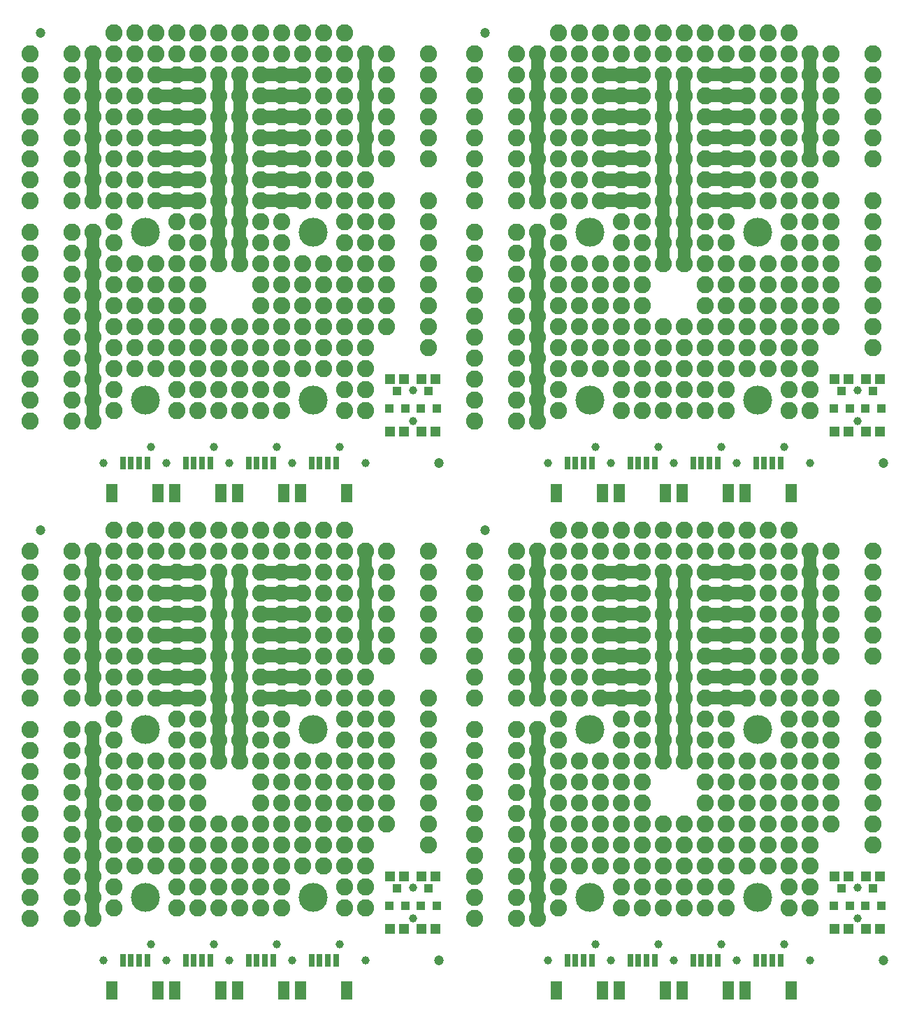
<source format=gts>
G75*
%MOIN*%
%OFA0B0*%
%FSLAX25Y25*%
%IPPOS*%
%LPD*%
%AMOC8*
5,1,8,0,0,1.08239X$1,22.5*
%
%ADD10C,0.06000*%
%ADD11C,0.08200*%
%ADD12R,0.03950X0.04343*%
%ADD13R,0.05131X0.04737*%
%ADD14C,0.04737*%
%ADD15R,0.05524X0.08674*%
%ADD16R,0.03162X0.06115*%
%ADD17C,0.13800*%
%ADD18C,0.03900*%
D10*
X0130355Y0102524D02*
X0130355Y0192524D01*
X0130355Y0207524D02*
X0130355Y0277524D01*
X0160355Y0267524D02*
X0180355Y0267524D01*
X0180355Y0257524D02*
X0160355Y0257524D01*
X0160355Y0247524D02*
X0180355Y0247524D01*
X0180355Y0237524D02*
X0160355Y0237524D01*
X0160355Y0227524D02*
X0180355Y0227524D01*
X0180355Y0217524D02*
X0160355Y0217524D01*
X0160355Y0207524D02*
X0180355Y0207524D01*
X0210355Y0207524D02*
X0230355Y0207524D01*
X0230355Y0217524D02*
X0210355Y0217524D01*
X0210355Y0227524D02*
X0230355Y0227524D01*
X0230355Y0237524D02*
X0210355Y0237524D01*
X0210355Y0247524D02*
X0230355Y0247524D01*
X0230355Y0257524D02*
X0210355Y0257524D01*
X0210355Y0267524D02*
X0230355Y0267524D01*
X0260355Y0277524D02*
X0260355Y0227524D01*
X0200355Y0267524D02*
X0200355Y0177524D01*
X0190355Y0177524D02*
X0190355Y0267524D01*
X0130355Y0339524D02*
X0130355Y0429524D01*
X0130355Y0444524D02*
X0130355Y0514524D01*
X0160355Y0504524D02*
X0180355Y0504524D01*
X0180355Y0494524D02*
X0160355Y0494524D01*
X0160355Y0484524D02*
X0180355Y0484524D01*
X0180355Y0474524D02*
X0160355Y0474524D01*
X0160355Y0464524D02*
X0180355Y0464524D01*
X0180355Y0454524D02*
X0160355Y0454524D01*
X0160355Y0444524D02*
X0180355Y0444524D01*
X0210355Y0444524D02*
X0230355Y0444524D01*
X0230355Y0454524D02*
X0210355Y0454524D01*
X0210355Y0464524D02*
X0230355Y0464524D01*
X0230355Y0474524D02*
X0210355Y0474524D01*
X0210355Y0484524D02*
X0230355Y0484524D01*
X0230355Y0494524D02*
X0210355Y0494524D01*
X0210355Y0504524D02*
X0230355Y0504524D01*
X0260355Y0514524D02*
X0260355Y0464524D01*
X0200355Y0504524D02*
X0200355Y0414524D01*
X0190355Y0414524D02*
X0190355Y0504524D01*
X0342355Y0514524D02*
X0342355Y0444524D01*
X0342355Y0429524D02*
X0342355Y0339524D01*
X0342355Y0277524D02*
X0342355Y0207524D01*
X0342355Y0192524D02*
X0342355Y0102524D01*
X0402355Y0177524D02*
X0402355Y0267524D01*
X0392355Y0267524D02*
X0372355Y0267524D01*
X0372355Y0257524D02*
X0392355Y0257524D01*
X0392355Y0247524D02*
X0372355Y0247524D01*
X0372355Y0237524D02*
X0392355Y0237524D01*
X0392355Y0227524D02*
X0372355Y0227524D01*
X0372355Y0217524D02*
X0392355Y0217524D01*
X0392355Y0207524D02*
X0372355Y0207524D01*
X0412355Y0177524D02*
X0412355Y0267524D01*
X0422355Y0267524D02*
X0442355Y0267524D01*
X0442355Y0257524D02*
X0422355Y0257524D01*
X0422355Y0247524D02*
X0442355Y0247524D01*
X0442355Y0237524D02*
X0422355Y0237524D01*
X0422355Y0227524D02*
X0442355Y0227524D01*
X0442355Y0217524D02*
X0422355Y0217524D01*
X0422355Y0207524D02*
X0442355Y0207524D01*
X0472355Y0227524D02*
X0472355Y0277524D01*
X0412355Y0414524D02*
X0412355Y0504524D01*
X0402355Y0504524D02*
X0402355Y0414524D01*
X0392355Y0444524D02*
X0372355Y0444524D01*
X0372355Y0454524D02*
X0392355Y0454524D01*
X0392355Y0464524D02*
X0372355Y0464524D01*
X0372355Y0474524D02*
X0392355Y0474524D01*
X0392355Y0484524D02*
X0372355Y0484524D01*
X0372355Y0494524D02*
X0392355Y0494524D01*
X0392355Y0504524D02*
X0372355Y0504524D01*
X0422355Y0504524D02*
X0442355Y0504524D01*
X0442355Y0494524D02*
X0422355Y0494524D01*
X0422355Y0484524D02*
X0442355Y0484524D01*
X0442355Y0474524D02*
X0422355Y0474524D01*
X0422355Y0464524D02*
X0442355Y0464524D01*
X0442355Y0454524D02*
X0422355Y0454524D01*
X0422355Y0444524D02*
X0442355Y0444524D01*
X0472355Y0464524D02*
X0472355Y0514524D01*
D11*
X0100355Y0102524D03*
X0100355Y0112524D03*
X0100355Y0122524D03*
X0100355Y0132524D03*
X0100355Y0142524D03*
X0100355Y0152524D03*
X0100355Y0162524D03*
X0100355Y0172524D03*
X0100355Y0182524D03*
X0100355Y0192524D03*
X0100355Y0207524D03*
X0100355Y0217524D03*
X0100355Y0227524D03*
X0100355Y0237524D03*
X0100355Y0247524D03*
X0100355Y0257524D03*
X0100355Y0267524D03*
X0100355Y0277524D03*
X0120355Y0277524D03*
X0130355Y0277524D03*
X0130355Y0267524D03*
X0120355Y0267524D03*
X0120355Y0257524D03*
X0130355Y0257524D03*
X0130355Y0247524D03*
X0120355Y0247524D03*
X0120355Y0237524D03*
X0130355Y0237524D03*
X0130355Y0227524D03*
X0120355Y0227524D03*
X0120355Y0217524D03*
X0120355Y0207524D03*
X0130355Y0207524D03*
X0130355Y0217524D03*
X0140355Y0217524D03*
X0140355Y0207524D03*
X0140355Y0197524D03*
X0140355Y0187524D03*
X0140355Y0177524D03*
X0140355Y0167524D03*
X0140355Y0157524D03*
X0140355Y0147524D03*
X0140355Y0137524D03*
X0140355Y0127524D03*
X0140355Y0117524D03*
X0140355Y0107524D03*
X0130355Y0112524D03*
X0120355Y0112524D03*
X0120355Y0122524D03*
X0130355Y0122524D03*
X0130355Y0132524D03*
X0120355Y0132524D03*
X0120355Y0142524D03*
X0120355Y0152524D03*
X0130355Y0152524D03*
X0130355Y0142524D03*
X0130355Y0162524D03*
X0120355Y0162524D03*
X0120355Y0172524D03*
X0120355Y0182524D03*
X0130355Y0182524D03*
X0130355Y0172524D03*
X0130355Y0192524D03*
X0120355Y0192524D03*
X0150355Y0207524D03*
X0150355Y0217524D03*
X0150355Y0227524D03*
X0140355Y0227524D03*
X0140355Y0237524D03*
X0140355Y0247524D03*
X0140355Y0257524D03*
X0140355Y0267524D03*
X0140355Y0277524D03*
X0140355Y0287524D03*
X0150355Y0287524D03*
X0150355Y0277524D03*
X0150355Y0267524D03*
X0150355Y0257524D03*
X0150355Y0247524D03*
X0150355Y0237524D03*
X0160355Y0237524D03*
X0160355Y0247524D03*
X0160355Y0257524D03*
X0160355Y0267524D03*
X0160355Y0277524D03*
X0160355Y0287524D03*
X0170355Y0287524D03*
X0170355Y0277524D03*
X0170355Y0267524D03*
X0170355Y0257524D03*
X0170355Y0247524D03*
X0170355Y0237524D03*
X0170355Y0227524D03*
X0160355Y0227524D03*
X0160355Y0217524D03*
X0160355Y0207524D03*
X0170355Y0207524D03*
X0170355Y0217524D03*
X0180355Y0217524D03*
X0180355Y0207524D03*
X0180355Y0197524D03*
X0170355Y0197524D03*
X0170355Y0187524D03*
X0170355Y0177524D03*
X0160355Y0177524D03*
X0150355Y0177524D03*
X0150355Y0167524D03*
X0150355Y0157524D03*
X0150355Y0147524D03*
X0150355Y0137524D03*
X0150355Y0127524D03*
X0160355Y0127524D03*
X0160355Y0137524D03*
X0160355Y0147524D03*
X0160355Y0157524D03*
X0160355Y0167524D03*
X0170355Y0167524D03*
X0170355Y0157524D03*
X0170355Y0147524D03*
X0170355Y0137524D03*
X0170355Y0127524D03*
X0170355Y0117524D03*
X0170355Y0107524D03*
X0180355Y0107524D03*
X0180355Y0117524D03*
X0180355Y0127524D03*
X0180355Y0137524D03*
X0180355Y0147524D03*
X0180355Y0157524D03*
X0180355Y0167524D03*
X0180355Y0177524D03*
X0180355Y0187524D03*
X0190355Y0187524D03*
X0190355Y0177524D03*
X0200355Y0177524D03*
X0200355Y0187524D03*
X0200355Y0197524D03*
X0190355Y0197524D03*
X0190355Y0207524D03*
X0190355Y0217524D03*
X0200355Y0217524D03*
X0200355Y0207524D03*
X0210355Y0207524D03*
X0210355Y0217524D03*
X0210355Y0227524D03*
X0200355Y0227524D03*
X0190355Y0227524D03*
X0180355Y0227524D03*
X0180355Y0237524D03*
X0180355Y0247524D03*
X0180355Y0257524D03*
X0180355Y0267524D03*
X0180355Y0277524D03*
X0180355Y0287524D03*
X0190355Y0287524D03*
X0190355Y0277524D03*
X0200355Y0277524D03*
X0200355Y0287524D03*
X0210355Y0287524D03*
X0210355Y0277524D03*
X0210355Y0267524D03*
X0200355Y0267524D03*
X0190355Y0267524D03*
X0190355Y0257524D03*
X0200355Y0257524D03*
X0200355Y0247524D03*
X0190355Y0247524D03*
X0190355Y0237524D03*
X0200355Y0237524D03*
X0210355Y0237524D03*
X0210355Y0247524D03*
X0210355Y0257524D03*
X0220355Y0257524D03*
X0220355Y0267524D03*
X0220355Y0277524D03*
X0220355Y0287524D03*
X0230355Y0287524D03*
X0230355Y0277524D03*
X0230355Y0267524D03*
X0230355Y0257524D03*
X0230355Y0247524D03*
X0230355Y0237524D03*
X0220355Y0237524D03*
X0220355Y0247524D03*
X0220355Y0227524D03*
X0220355Y0217524D03*
X0220355Y0207524D03*
X0220355Y0197524D03*
X0210355Y0197524D03*
X0210355Y0187524D03*
X0210355Y0177524D03*
X0210355Y0167524D03*
X0210355Y0157524D03*
X0210355Y0147524D03*
X0200355Y0147524D03*
X0190355Y0147524D03*
X0190355Y0137524D03*
X0200355Y0137524D03*
X0200355Y0127524D03*
X0190355Y0127524D03*
X0190355Y0117524D03*
X0190355Y0107524D03*
X0200355Y0107524D03*
X0200355Y0117524D03*
X0210355Y0117524D03*
X0210355Y0107524D03*
X0220355Y0107524D03*
X0220355Y0117524D03*
X0220355Y0127524D03*
X0210355Y0127524D03*
X0210355Y0137524D03*
X0220355Y0137524D03*
X0220355Y0147524D03*
X0220355Y0157524D03*
X0220355Y0167524D03*
X0220355Y0177524D03*
X0220355Y0187524D03*
X0230355Y0177524D03*
X0230355Y0167524D03*
X0230355Y0157524D03*
X0230355Y0147524D03*
X0230355Y0137524D03*
X0230355Y0127524D03*
X0240355Y0127524D03*
X0240355Y0137524D03*
X0240355Y0147524D03*
X0240355Y0157524D03*
X0240355Y0167524D03*
X0240355Y0177524D03*
X0250355Y0177524D03*
X0250355Y0187524D03*
X0260355Y0187524D03*
X0260355Y0177524D03*
X0260355Y0167524D03*
X0250355Y0167524D03*
X0250355Y0157524D03*
X0250355Y0147524D03*
X0260355Y0147524D03*
X0260355Y0157524D03*
X0270355Y0157524D03*
X0270355Y0147524D03*
X0260355Y0137524D03*
X0250355Y0137524D03*
X0250355Y0127524D03*
X0260355Y0127524D03*
X0260355Y0117524D03*
X0250355Y0117524D03*
X0250355Y0107524D03*
X0260355Y0107524D03*
X0290355Y0137524D03*
X0290355Y0147524D03*
X0290355Y0157524D03*
X0290355Y0167524D03*
X0290355Y0177524D03*
X0290355Y0187524D03*
X0290355Y0197524D03*
X0290355Y0207524D03*
X0290355Y0227524D03*
X0290355Y0237524D03*
X0290355Y0247524D03*
X0290355Y0257524D03*
X0290355Y0267524D03*
X0290355Y0277524D03*
X0270355Y0277524D03*
X0260355Y0277524D03*
X0250355Y0277524D03*
X0250355Y0287524D03*
X0240355Y0287524D03*
X0240355Y0277524D03*
X0240355Y0267524D03*
X0240355Y0257524D03*
X0240355Y0247524D03*
X0240355Y0237524D03*
X0240355Y0227524D03*
X0230355Y0227524D03*
X0230355Y0217524D03*
X0230355Y0207524D03*
X0240355Y0207524D03*
X0240355Y0217524D03*
X0250355Y0217524D03*
X0250355Y0207524D03*
X0260355Y0207524D03*
X0260355Y0217524D03*
X0260355Y0227524D03*
X0250355Y0227524D03*
X0250355Y0237524D03*
X0250355Y0247524D03*
X0260355Y0247524D03*
X0260355Y0237524D03*
X0270355Y0237524D03*
X0270355Y0247524D03*
X0270355Y0257524D03*
X0260355Y0257524D03*
X0250355Y0257524D03*
X0250355Y0267524D03*
X0260355Y0267524D03*
X0270355Y0267524D03*
X0270355Y0227524D03*
X0270355Y0207524D03*
X0270355Y0197524D03*
X0260355Y0197524D03*
X0250355Y0197524D03*
X0270355Y0187524D03*
X0270355Y0177524D03*
X0270355Y0167524D03*
X0312355Y0172524D03*
X0312355Y0182524D03*
X0312355Y0192524D03*
X0312355Y0207524D03*
X0312355Y0217524D03*
X0312355Y0227524D03*
X0312355Y0237524D03*
X0312355Y0247524D03*
X0312355Y0257524D03*
X0312355Y0267524D03*
X0312355Y0277524D03*
X0332355Y0277524D03*
X0342355Y0277524D03*
X0342355Y0267524D03*
X0332355Y0267524D03*
X0332355Y0257524D03*
X0342355Y0257524D03*
X0342355Y0247524D03*
X0332355Y0247524D03*
X0332355Y0237524D03*
X0342355Y0237524D03*
X0342355Y0227524D03*
X0332355Y0227524D03*
X0332355Y0217524D03*
X0332355Y0207524D03*
X0342355Y0207524D03*
X0342355Y0217524D03*
X0352355Y0217524D03*
X0352355Y0207524D03*
X0352355Y0197524D03*
X0352355Y0187524D03*
X0352355Y0177524D03*
X0352355Y0167524D03*
X0352355Y0157524D03*
X0352355Y0147524D03*
X0352355Y0137524D03*
X0352355Y0127524D03*
X0352355Y0117524D03*
X0352355Y0107524D03*
X0342355Y0112524D03*
X0332355Y0112524D03*
X0332355Y0122524D03*
X0342355Y0122524D03*
X0342355Y0132524D03*
X0332355Y0132524D03*
X0332355Y0142524D03*
X0332355Y0152524D03*
X0342355Y0152524D03*
X0342355Y0142524D03*
X0342355Y0162524D03*
X0332355Y0162524D03*
X0332355Y0172524D03*
X0332355Y0182524D03*
X0342355Y0182524D03*
X0342355Y0172524D03*
X0342355Y0192524D03*
X0332355Y0192524D03*
X0362355Y0207524D03*
X0362355Y0217524D03*
X0362355Y0227524D03*
X0352355Y0227524D03*
X0352355Y0237524D03*
X0352355Y0247524D03*
X0352355Y0257524D03*
X0352355Y0267524D03*
X0352355Y0277524D03*
X0352355Y0287524D03*
X0362355Y0287524D03*
X0362355Y0277524D03*
X0362355Y0267524D03*
X0362355Y0257524D03*
X0362355Y0247524D03*
X0362355Y0237524D03*
X0372355Y0237524D03*
X0372355Y0247524D03*
X0372355Y0257524D03*
X0372355Y0267524D03*
X0372355Y0277524D03*
X0372355Y0287524D03*
X0382355Y0287524D03*
X0382355Y0277524D03*
X0382355Y0267524D03*
X0382355Y0257524D03*
X0382355Y0247524D03*
X0382355Y0237524D03*
X0382355Y0227524D03*
X0372355Y0227524D03*
X0372355Y0217524D03*
X0372355Y0207524D03*
X0382355Y0207524D03*
X0382355Y0217524D03*
X0392355Y0217524D03*
X0392355Y0207524D03*
X0402355Y0207524D03*
X0402355Y0217524D03*
X0402355Y0227524D03*
X0392355Y0227524D03*
X0392355Y0237524D03*
X0392355Y0247524D03*
X0402355Y0247524D03*
X0402355Y0237524D03*
X0412355Y0237524D03*
X0412355Y0247524D03*
X0412355Y0257524D03*
X0402355Y0257524D03*
X0392355Y0257524D03*
X0392355Y0267524D03*
X0402355Y0267524D03*
X0402355Y0277524D03*
X0392355Y0277524D03*
X0392355Y0287524D03*
X0402355Y0287524D03*
X0412355Y0287524D03*
X0412355Y0277524D03*
X0412355Y0267524D03*
X0422355Y0267524D03*
X0422355Y0277524D03*
X0422355Y0287524D03*
X0432355Y0287524D03*
X0432355Y0277524D03*
X0432355Y0267524D03*
X0432355Y0257524D03*
X0422355Y0257524D03*
X0422355Y0247524D03*
X0422355Y0237524D03*
X0422355Y0227524D03*
X0412355Y0227524D03*
X0412355Y0217524D03*
X0412355Y0207524D03*
X0412355Y0197524D03*
X0402355Y0197524D03*
X0392355Y0197524D03*
X0382355Y0197524D03*
X0382355Y0187524D03*
X0382355Y0177524D03*
X0372355Y0177524D03*
X0362355Y0177524D03*
X0362355Y0167524D03*
X0362355Y0157524D03*
X0362355Y0147524D03*
X0362355Y0137524D03*
X0362355Y0127524D03*
X0372355Y0127524D03*
X0372355Y0137524D03*
X0372355Y0147524D03*
X0372355Y0157524D03*
X0372355Y0167524D03*
X0382355Y0167524D03*
X0382355Y0157524D03*
X0382355Y0147524D03*
X0382355Y0137524D03*
X0382355Y0127524D03*
X0382355Y0117524D03*
X0382355Y0107524D03*
X0392355Y0107524D03*
X0392355Y0117524D03*
X0402355Y0117524D03*
X0402355Y0107524D03*
X0412355Y0107524D03*
X0412355Y0117524D03*
X0412355Y0127524D03*
X0402355Y0127524D03*
X0392355Y0127524D03*
X0392355Y0137524D03*
X0402355Y0137524D03*
X0402355Y0147524D03*
X0392355Y0147524D03*
X0392355Y0157524D03*
X0392355Y0167524D03*
X0392355Y0177524D03*
X0392355Y0187524D03*
X0402355Y0187524D03*
X0402355Y0177524D03*
X0412355Y0177524D03*
X0412355Y0187524D03*
X0422355Y0187524D03*
X0422355Y0177524D03*
X0422355Y0167524D03*
X0422355Y0157524D03*
X0422355Y0147524D03*
X0412355Y0147524D03*
X0412355Y0137524D03*
X0422355Y0137524D03*
X0422355Y0127524D03*
X0422355Y0117524D03*
X0422355Y0107524D03*
X0432355Y0107524D03*
X0432355Y0117524D03*
X0432355Y0127524D03*
X0432355Y0137524D03*
X0432355Y0147524D03*
X0432355Y0157524D03*
X0432355Y0167524D03*
X0432355Y0177524D03*
X0432355Y0187524D03*
X0432355Y0197524D03*
X0422355Y0197524D03*
X0422355Y0207524D03*
X0422355Y0217524D03*
X0432355Y0217524D03*
X0432355Y0207524D03*
X0442355Y0207524D03*
X0442355Y0217524D03*
X0442355Y0227524D03*
X0432355Y0227524D03*
X0432355Y0237524D03*
X0432355Y0247524D03*
X0442355Y0247524D03*
X0442355Y0237524D03*
X0452355Y0237524D03*
X0452355Y0247524D03*
X0452355Y0257524D03*
X0442355Y0257524D03*
X0442355Y0267524D03*
X0442355Y0277524D03*
X0442355Y0287524D03*
X0452355Y0287524D03*
X0452355Y0277524D03*
X0452355Y0267524D03*
X0462355Y0267524D03*
X0472355Y0267524D03*
X0472355Y0277524D03*
X0462355Y0277524D03*
X0462355Y0287524D03*
X0482355Y0277524D03*
X0482355Y0267524D03*
X0482355Y0257524D03*
X0472355Y0257524D03*
X0462355Y0257524D03*
X0462355Y0247524D03*
X0462355Y0237524D03*
X0472355Y0237524D03*
X0472355Y0247524D03*
X0482355Y0247524D03*
X0482355Y0237524D03*
X0482355Y0227524D03*
X0472355Y0227524D03*
X0462355Y0227524D03*
X0452355Y0227524D03*
X0452355Y0217524D03*
X0452355Y0207524D03*
X0462355Y0207524D03*
X0462355Y0217524D03*
X0472355Y0217524D03*
X0472355Y0207524D03*
X0472355Y0197524D03*
X0462355Y0197524D03*
X0462355Y0187524D03*
X0462355Y0177524D03*
X0472355Y0177524D03*
X0472355Y0187524D03*
X0482355Y0187524D03*
X0482355Y0177524D03*
X0482355Y0167524D03*
X0472355Y0167524D03*
X0462355Y0167524D03*
X0452355Y0167524D03*
X0442355Y0167524D03*
X0442355Y0177524D03*
X0452355Y0177524D03*
X0452355Y0157524D03*
X0452355Y0147524D03*
X0442355Y0147524D03*
X0442355Y0157524D03*
X0442355Y0137524D03*
X0442355Y0127524D03*
X0452355Y0127524D03*
X0452355Y0137524D03*
X0462355Y0137524D03*
X0472355Y0137524D03*
X0472355Y0147524D03*
X0462355Y0147524D03*
X0462355Y0157524D03*
X0472355Y0157524D03*
X0482355Y0157524D03*
X0482355Y0147524D03*
X0502355Y0147524D03*
X0502355Y0157524D03*
X0502355Y0167524D03*
X0502355Y0177524D03*
X0502355Y0187524D03*
X0502355Y0197524D03*
X0502355Y0207524D03*
X0502355Y0227524D03*
X0502355Y0237524D03*
X0502355Y0247524D03*
X0502355Y0257524D03*
X0502355Y0267524D03*
X0502355Y0277524D03*
X0472355Y0344524D03*
X0462355Y0344524D03*
X0462355Y0354524D03*
X0462355Y0364524D03*
X0472355Y0364524D03*
X0472355Y0354524D03*
X0472355Y0374524D03*
X0462355Y0374524D03*
X0452355Y0374524D03*
X0442355Y0374524D03*
X0432355Y0374524D03*
X0422355Y0374524D03*
X0412355Y0374524D03*
X0402355Y0374524D03*
X0392355Y0374524D03*
X0382355Y0374524D03*
X0372355Y0374524D03*
X0362355Y0374524D03*
X0352355Y0374524D03*
X0352355Y0384524D03*
X0352355Y0394524D03*
X0352355Y0404524D03*
X0352355Y0414524D03*
X0352355Y0424524D03*
X0352355Y0434524D03*
X0352355Y0444524D03*
X0342355Y0444524D03*
X0332355Y0444524D03*
X0332355Y0454524D03*
X0332355Y0464524D03*
X0342355Y0464524D03*
X0342355Y0454524D03*
X0352355Y0454524D03*
X0352355Y0464524D03*
X0352355Y0474524D03*
X0342355Y0474524D03*
X0332355Y0474524D03*
X0332355Y0484524D03*
X0332355Y0494524D03*
X0342355Y0494524D03*
X0342355Y0484524D03*
X0352355Y0484524D03*
X0352355Y0494524D03*
X0352355Y0504524D03*
X0342355Y0504524D03*
X0332355Y0504524D03*
X0332355Y0514524D03*
X0342355Y0514524D03*
X0352355Y0514524D03*
X0352355Y0524524D03*
X0362355Y0524524D03*
X0362355Y0514524D03*
X0362355Y0504524D03*
X0362355Y0494524D03*
X0362355Y0484524D03*
X0362355Y0474524D03*
X0362355Y0464524D03*
X0362355Y0454524D03*
X0362355Y0444524D03*
X0372355Y0444524D03*
X0372355Y0454524D03*
X0372355Y0464524D03*
X0372355Y0474524D03*
X0372355Y0484524D03*
X0372355Y0494524D03*
X0372355Y0504524D03*
X0372355Y0514524D03*
X0372355Y0524524D03*
X0382355Y0524524D03*
X0382355Y0514524D03*
X0382355Y0504524D03*
X0382355Y0494524D03*
X0382355Y0484524D03*
X0382355Y0474524D03*
X0382355Y0464524D03*
X0382355Y0454524D03*
X0382355Y0444524D03*
X0382355Y0434524D03*
X0382355Y0424524D03*
X0382355Y0414524D03*
X0372355Y0414524D03*
X0362355Y0414524D03*
X0362355Y0404524D03*
X0362355Y0394524D03*
X0362355Y0384524D03*
X0372355Y0384524D03*
X0372355Y0394524D03*
X0372355Y0404524D03*
X0382355Y0404524D03*
X0382355Y0394524D03*
X0382355Y0384524D03*
X0392355Y0384524D03*
X0392355Y0394524D03*
X0402355Y0384524D03*
X0412355Y0384524D03*
X0422355Y0384524D03*
X0422355Y0394524D03*
X0422355Y0404524D03*
X0422355Y0414524D03*
X0422355Y0424524D03*
X0412355Y0424524D03*
X0412355Y0414524D03*
X0402355Y0414524D03*
X0392355Y0414524D03*
X0392355Y0424524D03*
X0402355Y0424524D03*
X0402355Y0434524D03*
X0392355Y0434524D03*
X0392355Y0444524D03*
X0402355Y0444524D03*
X0402355Y0454524D03*
X0392355Y0454524D03*
X0392355Y0464524D03*
X0402355Y0464524D03*
X0402355Y0474524D03*
X0392355Y0474524D03*
X0392355Y0484524D03*
X0392355Y0494524D03*
X0402355Y0494524D03*
X0402355Y0484524D03*
X0412355Y0484524D03*
X0412355Y0494524D03*
X0412355Y0504524D03*
X0402355Y0504524D03*
X0392355Y0504524D03*
X0392355Y0514524D03*
X0392355Y0524524D03*
X0402355Y0524524D03*
X0402355Y0514524D03*
X0412355Y0514524D03*
X0412355Y0524524D03*
X0422355Y0524524D03*
X0422355Y0514524D03*
X0422355Y0504524D03*
X0422355Y0494524D03*
X0422355Y0484524D03*
X0422355Y0474524D03*
X0412355Y0474524D03*
X0412355Y0464524D03*
X0412355Y0454524D03*
X0412355Y0444524D03*
X0412355Y0434524D03*
X0422355Y0434524D03*
X0422355Y0444524D03*
X0422355Y0454524D03*
X0422355Y0464524D03*
X0432355Y0464524D03*
X0432355Y0454524D03*
X0432355Y0444524D03*
X0432355Y0434524D03*
X0432355Y0424524D03*
X0432355Y0414524D03*
X0432355Y0404524D03*
X0432355Y0394524D03*
X0432355Y0384524D03*
X0442355Y0384524D03*
X0442355Y0394524D03*
X0442355Y0404524D03*
X0442355Y0414524D03*
X0452355Y0414524D03*
X0452355Y0404524D03*
X0452355Y0394524D03*
X0452355Y0384524D03*
X0462355Y0384524D03*
X0462355Y0394524D03*
X0472355Y0394524D03*
X0472355Y0384524D03*
X0482355Y0384524D03*
X0482355Y0394524D03*
X0482355Y0404524D03*
X0472355Y0404524D03*
X0462355Y0404524D03*
X0462355Y0414524D03*
X0462355Y0424524D03*
X0472355Y0424524D03*
X0472355Y0414524D03*
X0482355Y0414524D03*
X0482355Y0424524D03*
X0482355Y0434524D03*
X0472355Y0434524D03*
X0462355Y0434524D03*
X0462355Y0444524D03*
X0472355Y0444524D03*
X0472355Y0454524D03*
X0462355Y0454524D03*
X0462355Y0464524D03*
X0472355Y0464524D03*
X0472355Y0474524D03*
X0462355Y0474524D03*
X0452355Y0474524D03*
X0442355Y0474524D03*
X0432355Y0474524D03*
X0432355Y0484524D03*
X0432355Y0494524D03*
X0432355Y0504524D03*
X0432355Y0514524D03*
X0432355Y0524524D03*
X0442355Y0524524D03*
X0442355Y0514524D03*
X0442355Y0504524D03*
X0442355Y0494524D03*
X0442355Y0484524D03*
X0452355Y0484524D03*
X0452355Y0494524D03*
X0452355Y0504524D03*
X0452355Y0514524D03*
X0452355Y0524524D03*
X0462355Y0524524D03*
X0462355Y0514524D03*
X0472355Y0514524D03*
X0472355Y0504524D03*
X0462355Y0504524D03*
X0462355Y0494524D03*
X0462355Y0484524D03*
X0472355Y0484524D03*
X0472355Y0494524D03*
X0482355Y0494524D03*
X0482355Y0484524D03*
X0482355Y0474524D03*
X0482355Y0464524D03*
X0482355Y0444524D03*
X0502355Y0444524D03*
X0502355Y0434524D03*
X0502355Y0424524D03*
X0502355Y0414524D03*
X0502355Y0404524D03*
X0502355Y0394524D03*
X0502355Y0384524D03*
X0502355Y0374524D03*
X0452355Y0364524D03*
X0442355Y0364524D03*
X0432355Y0364524D03*
X0432355Y0354524D03*
X0422355Y0354524D03*
X0422355Y0364524D03*
X0412355Y0364524D03*
X0412355Y0354524D03*
X0402355Y0354524D03*
X0392355Y0354524D03*
X0392355Y0364524D03*
X0402355Y0364524D03*
X0382355Y0364524D03*
X0382355Y0354524D03*
X0382355Y0344524D03*
X0392355Y0344524D03*
X0402355Y0344524D03*
X0412355Y0344524D03*
X0422355Y0344524D03*
X0432355Y0344524D03*
X0392355Y0404524D03*
X0372355Y0364524D03*
X0362355Y0364524D03*
X0352355Y0364524D03*
X0352355Y0354524D03*
X0352355Y0344524D03*
X0342355Y0349524D03*
X0332355Y0349524D03*
X0332355Y0359524D03*
X0342355Y0359524D03*
X0342355Y0369524D03*
X0332355Y0369524D03*
X0332355Y0379524D03*
X0342355Y0379524D03*
X0342355Y0389524D03*
X0332355Y0389524D03*
X0332355Y0399524D03*
X0342355Y0399524D03*
X0342355Y0409524D03*
X0332355Y0409524D03*
X0332355Y0419524D03*
X0332355Y0429524D03*
X0342355Y0429524D03*
X0342355Y0419524D03*
X0312355Y0419524D03*
X0312355Y0429524D03*
X0312355Y0444524D03*
X0312355Y0454524D03*
X0312355Y0464524D03*
X0312355Y0474524D03*
X0312355Y0484524D03*
X0312355Y0494524D03*
X0312355Y0504524D03*
X0312355Y0514524D03*
X0290355Y0514524D03*
X0290355Y0504524D03*
X0290355Y0494524D03*
X0290355Y0484524D03*
X0290355Y0474524D03*
X0290355Y0464524D03*
X0290355Y0444524D03*
X0290355Y0434524D03*
X0290355Y0424524D03*
X0290355Y0414524D03*
X0290355Y0404524D03*
X0290355Y0394524D03*
X0290355Y0384524D03*
X0290355Y0374524D03*
X0270355Y0384524D03*
X0270355Y0394524D03*
X0260355Y0394524D03*
X0250355Y0394524D03*
X0250355Y0384524D03*
X0260355Y0384524D03*
X0260355Y0374524D03*
X0250355Y0374524D03*
X0240355Y0374524D03*
X0230355Y0374524D03*
X0220355Y0374524D03*
X0210355Y0374524D03*
X0200355Y0374524D03*
X0190355Y0374524D03*
X0180355Y0374524D03*
X0170355Y0374524D03*
X0160355Y0374524D03*
X0150355Y0374524D03*
X0140355Y0374524D03*
X0140355Y0384524D03*
X0140355Y0394524D03*
X0140355Y0404524D03*
X0140355Y0414524D03*
X0140355Y0424524D03*
X0140355Y0434524D03*
X0140355Y0444524D03*
X0130355Y0444524D03*
X0120355Y0444524D03*
X0120355Y0454524D03*
X0120355Y0464524D03*
X0130355Y0464524D03*
X0130355Y0454524D03*
X0140355Y0454524D03*
X0140355Y0464524D03*
X0140355Y0474524D03*
X0130355Y0474524D03*
X0120355Y0474524D03*
X0120355Y0484524D03*
X0120355Y0494524D03*
X0130355Y0494524D03*
X0130355Y0484524D03*
X0140355Y0484524D03*
X0140355Y0494524D03*
X0140355Y0504524D03*
X0130355Y0504524D03*
X0120355Y0504524D03*
X0120355Y0514524D03*
X0130355Y0514524D03*
X0140355Y0514524D03*
X0140355Y0524524D03*
X0150355Y0524524D03*
X0150355Y0514524D03*
X0150355Y0504524D03*
X0150355Y0494524D03*
X0150355Y0484524D03*
X0150355Y0474524D03*
X0150355Y0464524D03*
X0150355Y0454524D03*
X0150355Y0444524D03*
X0160355Y0444524D03*
X0160355Y0454524D03*
X0160355Y0464524D03*
X0160355Y0474524D03*
X0160355Y0484524D03*
X0160355Y0494524D03*
X0160355Y0504524D03*
X0160355Y0514524D03*
X0160355Y0524524D03*
X0170355Y0524524D03*
X0170355Y0514524D03*
X0170355Y0504524D03*
X0170355Y0494524D03*
X0170355Y0484524D03*
X0170355Y0474524D03*
X0170355Y0464524D03*
X0170355Y0454524D03*
X0170355Y0444524D03*
X0170355Y0434524D03*
X0170355Y0424524D03*
X0170355Y0414524D03*
X0160355Y0414524D03*
X0150355Y0414524D03*
X0150355Y0404524D03*
X0150355Y0394524D03*
X0150355Y0384524D03*
X0160355Y0384524D03*
X0160355Y0394524D03*
X0160355Y0404524D03*
X0170355Y0404524D03*
X0170355Y0394524D03*
X0170355Y0384524D03*
X0180355Y0384524D03*
X0180355Y0394524D03*
X0180355Y0404524D03*
X0180355Y0414524D03*
X0180355Y0424524D03*
X0180355Y0434524D03*
X0180355Y0444524D03*
X0180355Y0454524D03*
X0180355Y0464524D03*
X0180355Y0474524D03*
X0180355Y0484524D03*
X0180355Y0494524D03*
X0180355Y0504524D03*
X0180355Y0514524D03*
X0180355Y0524524D03*
X0190355Y0524524D03*
X0190355Y0514524D03*
X0200355Y0514524D03*
X0200355Y0524524D03*
X0210355Y0524524D03*
X0210355Y0514524D03*
X0210355Y0504524D03*
X0200355Y0504524D03*
X0190355Y0504524D03*
X0190355Y0494524D03*
X0190355Y0484524D03*
X0200355Y0484524D03*
X0200355Y0494524D03*
X0210355Y0494524D03*
X0210355Y0484524D03*
X0210355Y0474524D03*
X0200355Y0474524D03*
X0190355Y0474524D03*
X0190355Y0464524D03*
X0190355Y0454524D03*
X0200355Y0454524D03*
X0200355Y0464524D03*
X0210355Y0464524D03*
X0210355Y0454524D03*
X0210355Y0444524D03*
X0200355Y0444524D03*
X0190355Y0444524D03*
X0190355Y0434524D03*
X0200355Y0434524D03*
X0200355Y0424524D03*
X0190355Y0424524D03*
X0190355Y0414524D03*
X0200355Y0414524D03*
X0210355Y0414524D03*
X0210355Y0424524D03*
X0210355Y0434524D03*
X0220355Y0434524D03*
X0220355Y0444524D03*
X0220355Y0454524D03*
X0220355Y0464524D03*
X0220355Y0474524D03*
X0220355Y0484524D03*
X0220355Y0494524D03*
X0220355Y0504524D03*
X0220355Y0514524D03*
X0220355Y0524524D03*
X0230355Y0524524D03*
X0230355Y0514524D03*
X0230355Y0504524D03*
X0230355Y0494524D03*
X0230355Y0484524D03*
X0230355Y0474524D03*
X0230355Y0464524D03*
X0230355Y0454524D03*
X0230355Y0444524D03*
X0240355Y0444524D03*
X0240355Y0454524D03*
X0240355Y0464524D03*
X0240355Y0474524D03*
X0240355Y0484524D03*
X0240355Y0494524D03*
X0240355Y0504524D03*
X0240355Y0514524D03*
X0240355Y0524524D03*
X0250355Y0524524D03*
X0250355Y0514524D03*
X0260355Y0514524D03*
X0260355Y0504524D03*
X0250355Y0504524D03*
X0250355Y0494524D03*
X0250355Y0484524D03*
X0260355Y0484524D03*
X0260355Y0494524D03*
X0270355Y0494524D03*
X0270355Y0484524D03*
X0270355Y0474524D03*
X0260355Y0474524D03*
X0250355Y0474524D03*
X0250355Y0464524D03*
X0250355Y0454524D03*
X0260355Y0454524D03*
X0260355Y0464524D03*
X0270355Y0464524D03*
X0270355Y0444524D03*
X0260355Y0444524D03*
X0250355Y0444524D03*
X0250355Y0434524D03*
X0260355Y0434524D03*
X0260355Y0424524D03*
X0250355Y0424524D03*
X0250355Y0414524D03*
X0260355Y0414524D03*
X0260355Y0404524D03*
X0250355Y0404524D03*
X0240355Y0404524D03*
X0230355Y0404524D03*
X0220355Y0404524D03*
X0210355Y0404524D03*
X0210355Y0394524D03*
X0210355Y0384524D03*
X0200355Y0384524D03*
X0190355Y0384524D03*
X0190355Y0364524D03*
X0190355Y0354524D03*
X0200355Y0354524D03*
X0200355Y0364524D03*
X0210355Y0364524D03*
X0210355Y0354524D03*
X0210355Y0344524D03*
X0200355Y0344524D03*
X0190355Y0344524D03*
X0180355Y0344524D03*
X0170355Y0344524D03*
X0170355Y0354524D03*
X0170355Y0364524D03*
X0160355Y0364524D03*
X0150355Y0364524D03*
X0140355Y0364524D03*
X0140355Y0354524D03*
X0140355Y0344524D03*
X0130355Y0349524D03*
X0120355Y0349524D03*
X0120355Y0359524D03*
X0130355Y0359524D03*
X0130355Y0369524D03*
X0120355Y0369524D03*
X0120355Y0379524D03*
X0130355Y0379524D03*
X0130355Y0389524D03*
X0120355Y0389524D03*
X0120355Y0399524D03*
X0130355Y0399524D03*
X0130355Y0409524D03*
X0120355Y0409524D03*
X0120355Y0419524D03*
X0120355Y0429524D03*
X0130355Y0429524D03*
X0130355Y0419524D03*
X0100355Y0419524D03*
X0100355Y0429524D03*
X0100355Y0444524D03*
X0100355Y0454524D03*
X0100355Y0464524D03*
X0100355Y0474524D03*
X0100355Y0484524D03*
X0100355Y0494524D03*
X0100355Y0504524D03*
X0100355Y0514524D03*
X0100355Y0409524D03*
X0100355Y0399524D03*
X0100355Y0389524D03*
X0100355Y0379524D03*
X0100355Y0369524D03*
X0100355Y0359524D03*
X0100355Y0349524D03*
X0100355Y0339524D03*
X0120355Y0339524D03*
X0130355Y0339524D03*
X0180355Y0354524D03*
X0180355Y0364524D03*
X0220355Y0364524D03*
X0220355Y0354524D03*
X0220355Y0344524D03*
X0230355Y0364524D03*
X0240355Y0364524D03*
X0250355Y0364524D03*
X0250355Y0354524D03*
X0260355Y0354524D03*
X0260355Y0364524D03*
X0260355Y0344524D03*
X0250355Y0344524D03*
X0240355Y0384524D03*
X0240355Y0394524D03*
X0230355Y0394524D03*
X0230355Y0384524D03*
X0220355Y0384524D03*
X0220355Y0394524D03*
X0220355Y0414524D03*
X0220355Y0424524D03*
X0230355Y0414524D03*
X0240355Y0414524D03*
X0270355Y0414524D03*
X0270355Y0424524D03*
X0270355Y0434524D03*
X0270355Y0404524D03*
X0312355Y0409524D03*
X0312355Y0399524D03*
X0312355Y0389524D03*
X0312355Y0379524D03*
X0312355Y0369524D03*
X0312355Y0359524D03*
X0312355Y0349524D03*
X0312355Y0339524D03*
X0332355Y0339524D03*
X0342355Y0339524D03*
X0442355Y0444524D03*
X0442355Y0454524D03*
X0442355Y0464524D03*
X0452355Y0464524D03*
X0452355Y0454524D03*
X0452355Y0444524D03*
X0502355Y0464524D03*
X0502355Y0474524D03*
X0502355Y0484524D03*
X0502355Y0494524D03*
X0502355Y0504524D03*
X0502355Y0514524D03*
X0482355Y0514524D03*
X0482355Y0504524D03*
X0270355Y0504524D03*
X0270355Y0514524D03*
X0482355Y0207524D03*
X0482355Y0197524D03*
X0502355Y0137524D03*
X0472355Y0127524D03*
X0462355Y0127524D03*
X0462355Y0117524D03*
X0462355Y0107524D03*
X0472355Y0107524D03*
X0472355Y0117524D03*
X0342355Y0102524D03*
X0332355Y0102524D03*
X0312355Y0102524D03*
X0312355Y0112524D03*
X0312355Y0122524D03*
X0312355Y0132524D03*
X0312355Y0142524D03*
X0312355Y0152524D03*
X0312355Y0162524D03*
X0130355Y0102524D03*
X0120355Y0102524D03*
D12*
X0271615Y0108587D03*
X0275355Y0116854D03*
X0279096Y0108587D03*
X0286615Y0108587D03*
X0290355Y0116854D03*
X0294096Y0108587D03*
X0483615Y0108587D03*
X0487355Y0116854D03*
X0491096Y0108587D03*
X0498615Y0108587D03*
X0502355Y0116854D03*
X0506096Y0108587D03*
X0506096Y0345587D03*
X0502355Y0353854D03*
X0498615Y0345587D03*
X0491096Y0345587D03*
X0487355Y0353854D03*
X0483615Y0345587D03*
X0294096Y0345587D03*
X0290355Y0353854D03*
X0286615Y0345587D03*
X0279096Y0345587D03*
X0275355Y0353854D03*
X0271615Y0345587D03*
D13*
X0272009Y0334524D03*
X0278702Y0334524D03*
X0287009Y0334524D03*
X0293702Y0334524D03*
X0293702Y0359524D03*
X0287009Y0359524D03*
X0278702Y0359524D03*
X0272009Y0359524D03*
X0484009Y0359524D03*
X0490702Y0359524D03*
X0499009Y0359524D03*
X0505702Y0359524D03*
X0505702Y0334524D03*
X0499009Y0334524D03*
X0490702Y0334524D03*
X0484009Y0334524D03*
X0484009Y0122524D03*
X0490702Y0122524D03*
X0499009Y0122524D03*
X0505702Y0122524D03*
X0505702Y0097524D03*
X0499009Y0097524D03*
X0490702Y0097524D03*
X0484009Y0097524D03*
X0293702Y0097524D03*
X0287009Y0097524D03*
X0278702Y0097524D03*
X0272009Y0097524D03*
X0272009Y0122524D03*
X0278702Y0122524D03*
X0287009Y0122524D03*
X0293702Y0122524D03*
D14*
X0295355Y0082524D03*
X0317355Y0287524D03*
X0295355Y0319524D03*
X0317355Y0524524D03*
X0507355Y0319524D03*
X0507355Y0082524D03*
X0105355Y0287524D03*
X0105355Y0524524D03*
D15*
X0139332Y0305055D03*
X0161379Y0305055D03*
X0169332Y0305055D03*
X0191379Y0305055D03*
X0199332Y0305055D03*
X0221379Y0305055D03*
X0229332Y0305055D03*
X0251379Y0305055D03*
X0351332Y0305055D03*
X0373379Y0305055D03*
X0381332Y0305055D03*
X0403379Y0305055D03*
X0411332Y0305055D03*
X0433379Y0305055D03*
X0441332Y0305055D03*
X0463379Y0305055D03*
X0463379Y0068055D03*
X0441332Y0068055D03*
X0433379Y0068055D03*
X0411332Y0068055D03*
X0403379Y0068055D03*
X0381332Y0068055D03*
X0373379Y0068055D03*
X0351332Y0068055D03*
X0251379Y0068055D03*
X0229332Y0068055D03*
X0221379Y0068055D03*
X0199332Y0068055D03*
X0191379Y0068055D03*
X0169332Y0068055D03*
X0161379Y0068055D03*
X0139332Y0068055D03*
D16*
X0144450Y0082524D03*
X0148387Y0082524D03*
X0152324Y0082524D03*
X0156261Y0082524D03*
X0174450Y0082524D03*
X0178387Y0082524D03*
X0182324Y0082524D03*
X0186261Y0082524D03*
X0204450Y0082524D03*
X0208387Y0082524D03*
X0212324Y0082524D03*
X0216261Y0082524D03*
X0234450Y0082524D03*
X0238387Y0082524D03*
X0242324Y0082524D03*
X0246261Y0082524D03*
X0356450Y0082524D03*
X0360387Y0082524D03*
X0364324Y0082524D03*
X0368261Y0082524D03*
X0386450Y0082524D03*
X0390387Y0082524D03*
X0394324Y0082524D03*
X0398261Y0082524D03*
X0416450Y0082524D03*
X0420387Y0082524D03*
X0424324Y0082524D03*
X0428261Y0082524D03*
X0446450Y0082524D03*
X0450387Y0082524D03*
X0454324Y0082524D03*
X0458261Y0082524D03*
X0458261Y0319524D03*
X0454324Y0319524D03*
X0450387Y0319524D03*
X0446450Y0319524D03*
X0428261Y0319524D03*
X0424324Y0319524D03*
X0420387Y0319524D03*
X0416450Y0319524D03*
X0398261Y0319524D03*
X0394324Y0319524D03*
X0390387Y0319524D03*
X0386450Y0319524D03*
X0368261Y0319524D03*
X0364324Y0319524D03*
X0360387Y0319524D03*
X0356450Y0319524D03*
X0246261Y0319524D03*
X0242324Y0319524D03*
X0238387Y0319524D03*
X0234450Y0319524D03*
X0216261Y0319524D03*
X0212324Y0319524D03*
X0208387Y0319524D03*
X0204450Y0319524D03*
X0186261Y0319524D03*
X0182324Y0319524D03*
X0178387Y0319524D03*
X0174450Y0319524D03*
X0156261Y0319524D03*
X0152324Y0319524D03*
X0148387Y0319524D03*
X0144450Y0319524D03*
D17*
X0155355Y0349524D03*
X0155355Y0429524D03*
X0235355Y0429524D03*
X0235355Y0349524D03*
X0367355Y0349524D03*
X0367355Y0429524D03*
X0447355Y0429524D03*
X0447355Y0349524D03*
X0447355Y0192524D03*
X0447355Y0112524D03*
X0367355Y0112524D03*
X0367355Y0192524D03*
X0235355Y0192524D03*
X0235355Y0112524D03*
X0155355Y0112524D03*
X0155355Y0192524D03*
D18*
X0157855Y0090024D03*
X0165355Y0082524D03*
X0187855Y0090024D03*
X0195355Y0082524D03*
X0217855Y0090024D03*
X0225355Y0082524D03*
X0247855Y0090024D03*
X0260355Y0082524D03*
X0282855Y0102524D03*
X0282855Y0117024D03*
X0347355Y0082524D03*
X0369855Y0090024D03*
X0377355Y0082524D03*
X0399855Y0090024D03*
X0407355Y0082524D03*
X0429855Y0090024D03*
X0437355Y0082524D03*
X0459855Y0090024D03*
X0472355Y0082524D03*
X0494855Y0102524D03*
X0494855Y0117024D03*
X0472355Y0319524D03*
X0459855Y0327024D03*
X0437355Y0319524D03*
X0429855Y0327024D03*
X0407355Y0319524D03*
X0399855Y0327024D03*
X0377355Y0319524D03*
X0369855Y0327024D03*
X0347355Y0319524D03*
X0282855Y0339524D03*
X0282855Y0354024D03*
X0260355Y0319524D03*
X0247855Y0327024D03*
X0225355Y0319524D03*
X0217855Y0327024D03*
X0195355Y0319524D03*
X0187855Y0327024D03*
X0165355Y0319524D03*
X0157855Y0327024D03*
X0135355Y0319524D03*
X0135355Y0082524D03*
X0494855Y0339524D03*
X0494855Y0354024D03*
M02*

</source>
